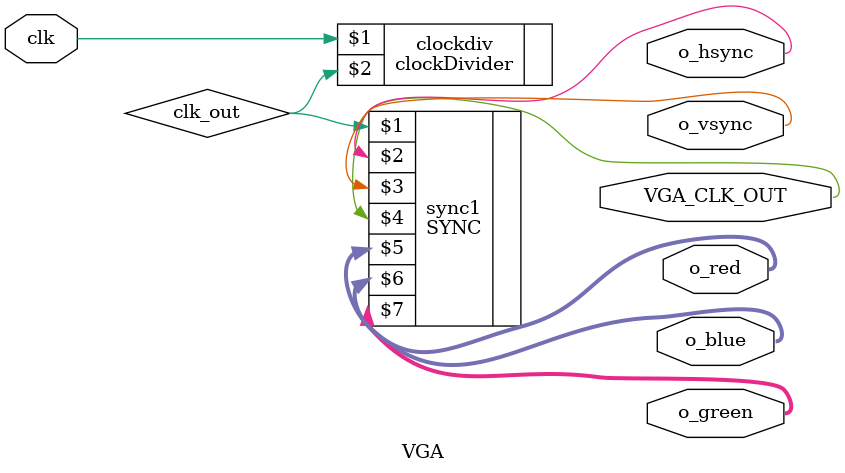
<source format=sv>
module VGA(
	input logic clk,
	output logic o_hsync,
	output logic o_vsync,
	output logic VGA_CLK_OUT,
	output logic [7:0] o_red,
	output logic [7:0] o_green,	
	output logic [7:0] o_blue	
 );
 
	logic clk_out;
	clockDivider clockdiv(clk, clk_out);
	
	SYNC sync1(clk_out, o_hsync, o_vsync, VGA_CLK_OUT, o_red, o_blue, o_green);

endmodule 
</source>
